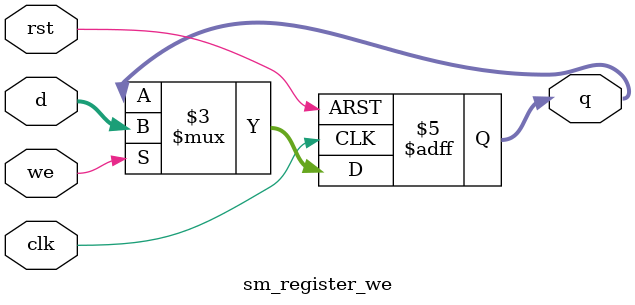
<source format=v>
/*
 * schoolRISCV - small RISC-V CPU 
 *
 * originally based on Sarah L. Harris MIPS CPU 
 *                   & schoolMIPS project
 * 
 * Copyright(c) 2017-2020 Stanislav Zhelnio 
 *                        Aleksandr Romanov 
 */ 

module sm_register
(
    input                 clk,
    input                 rst,
    input      [ 31 : 0 ] d,
    output reg [ 31 : 0 ] q
);
    always @ (posedge clk or negedge rst)
        if(~rst)
            q <= 32'b0;
        else
            q <= d;
endmodule


module sm_register_we
(
    input                 clk,
    input                 rst,
    input                 we,
    input      [ 31 : 0 ] d,
    output reg [ 31 : 0 ] q
);
    always @ (posedge clk or negedge rst)
        if(~rst)
            q <= 32'b0;
        else
            if(we) q <= d;
endmodule
</source>
